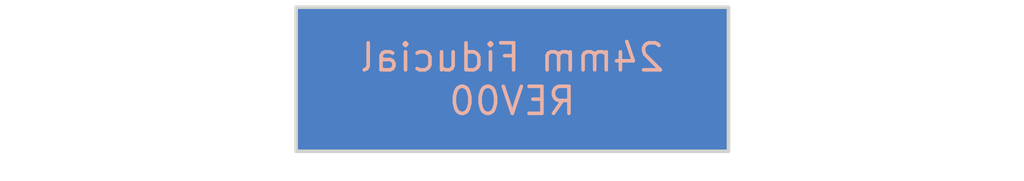
<source format=kicad_pcb>
(kicad_pcb (version 20221018) (generator pcbnew)
  (layers (0 "F.Cu" signal) (31 "B.Cu" signal) (34 "B.Paste" user) (35 "F.Paste" user) (36 "B.SilkS" user "B.Silkscreen") (37 "F.SilkS" user "F.Silkscreen") (38 "B.Mask" user) (39 "F.Mask" user) (44 "Edge.Cuts" user))
  (net 0 "")
  (footprint "Fiducial:Fiducial_1mm_Mask2mm" (layer "F.Cu") (at 6 -2)
    (fp_text reference "REF**" hide)
    (fp_text value "Fiducial_1mm_Mask2mm")
    (pad "" smd circle (at 0 0) (size 1 1) (layers "F.Cu" "F.Mask") (clearance 0.5))
  )
  (footprint "Fiducial:Fiducial_0.5mm_Mask1.5mm" (layer "F.Cu") (at 9.5 -2)
    (fp_text reference "REF**" hide)
    (fp_text value "Fiducial_0.5mm_Mask1.5mm")
    (pad "" smd circle (at 0 0) (size 0.5 0.5) (layers "F.Cu" "F.Mask") (clearance 0.5))
  )
  (footprint "Fiducial:Fiducial_0.5mm_Mask1.5mm" (layer "F.Cu") (at 2.5 -2)
    (fp_text reference "REF**" hide)
    (fp_text value "Fiducial_0.5mm_Mask1.5mm")
    (pad "" smd circle (at 0 0) (size 0.5 0.5) (layers "F.Cu" "F.Mask") (clearance 0.5))
  )
  (gr_line (start 0 0) (end 12 0) (stroke (width 0.1)) (layer "Edge.Cuts"))
  (gr_line (start 0 -4) (end 0 0) (stroke (width 0.1)) (layer "Edge.Cuts"))
  (gr_line (start 12 -4) (end 0 -4) (stroke (width 0.1)) (layer "Edge.Cuts"))
  (gr_line (start 12 0) (end 12 -4) (stroke (width 0.1)) (layer "Edge.Cuts"))
  (gr_text "24mm Fiducial\nREV00" (at 6 -2) (layer "B.SilkS") (effects (font (size 0.75 0.75) (thickness 0.1)) (justify mirror)))
  (zone (net 0) (net_name "") (layers "F&B.Cu") (connect_pads (clearance 0.2)) (min_thickness 0.25) (fill yes (thermal_gap 0.5) (thermal_bridge_width 0.5) (island_removal_mode 1) (island_area_min 10))
    (polygon (pts (xy -0.2 -4.2) (xy -0.2 0.2) (xy 12.2 0.2) (xy 12.2 -4.2)))
  )
)
</source>
